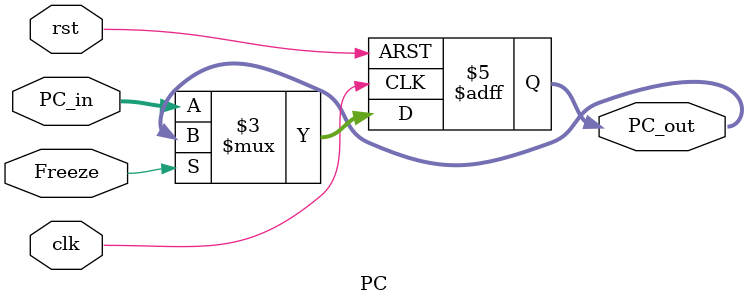
<source format=v>
module PC
(
    input                        clk,
    input                        rst,
    input                        Freeze,
    input      [31:0]            PC_in,

    output reg [31:0]            PC_out
);

    always @(posedge clk, posedge rst) begin
        if(rst) PC_out <= 0;
        else if(Freeze) PC_out <= PC_out;
        else PC_out <= PC_in;
    end
 
endmodule
</source>
